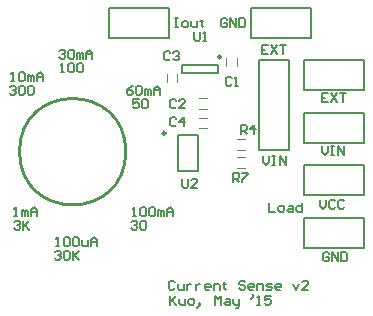
<source format=gto>
G04 Layer_Color=65535*
%FSLAX24Y24*%
%MOIN*%
G70*
G01*
G75*
%ADD27C,0.0100*%
%ADD28C,0.0098*%
%ADD29C,0.0050*%
%ADD30C,0.0079*%
%ADD31C,0.0039*%
D27*
X4072Y5450D02*
G03*
X4072Y5450I-1772J0D01*
G01*
D28*
X5392Y6069D02*
G03*
X5392Y6069I-49J0D01*
G01*
X7249Y8613D02*
G03*
X7249Y8613I-49J0D01*
G01*
D29*
X12000Y4000D02*
Y5000D01*
X10000Y4000D02*
Y5000D01*
Y4000D02*
X12000D01*
X10000Y5000D02*
X12000D01*
Y2250D02*
Y3250D01*
X10000Y2250D02*
Y3250D01*
Y2250D02*
X12000D01*
X10000Y3250D02*
X12000D01*
X10250Y9250D02*
Y10250D01*
X8250Y9250D02*
Y10250D01*
Y9250D02*
X10250D01*
X8250Y10250D02*
X10250D01*
X5500Y9250D02*
Y10250D01*
X3500Y9250D02*
Y10250D01*
Y9250D02*
X5500D01*
X3500Y10250D02*
X5500D01*
X12000Y7500D02*
Y8500D01*
X10000Y7500D02*
Y8500D01*
Y7500D02*
X12000D01*
X10000Y8500D02*
X12000D01*
X8500Y5500D02*
X9500D01*
X8500Y8500D02*
X9500D01*
X8500Y5500D02*
Y8500D01*
X9500Y5500D02*
Y8500D01*
X12000Y5750D02*
Y6750D01*
X10000Y5750D02*
Y6750D01*
Y5750D02*
X12000D01*
X10000Y6750D02*
X12000D01*
X5950Y4550D02*
Y4300D01*
X6000Y4250D01*
X6100D01*
X6150Y4300D01*
Y4550D01*
X6450Y4250D02*
X6250D01*
X6450Y4450D01*
Y4500D01*
X6400Y4550D01*
X6300D01*
X6250Y4500D01*
X6350Y9450D02*
Y9200D01*
X6400Y9150D01*
X6500D01*
X6550Y9200D01*
Y9450D01*
X6650Y9150D02*
X6750D01*
X6700D01*
Y9450D01*
X6650Y9400D01*
X7650Y4450D02*
Y4750D01*
X7800D01*
X7850Y4700D01*
Y4600D01*
X7800Y4550D01*
X7650D01*
X7750D02*
X7850Y4450D01*
X7950Y4750D02*
X8150D01*
Y4700D01*
X7950Y4500D01*
Y4450D01*
X7900Y6050D02*
Y6350D01*
X8050D01*
X8100Y6300D01*
Y6200D01*
X8050Y6150D01*
X7900D01*
X8000D02*
X8100Y6050D01*
X8350D02*
Y6350D01*
X8200Y6200D01*
X8400D01*
X5750Y6550D02*
X5700Y6600D01*
X5600D01*
X5550Y6550D01*
Y6350D01*
X5600Y6300D01*
X5700D01*
X5750Y6350D01*
X6000Y6300D02*
Y6600D01*
X5850Y6450D01*
X6050D01*
X5550Y8750D02*
X5500Y8800D01*
X5400D01*
X5350Y8750D01*
Y8550D01*
X5400Y8500D01*
X5500D01*
X5550Y8550D01*
X5650Y8750D02*
X5700Y8800D01*
X5800D01*
X5850Y8750D01*
Y8700D01*
X5800Y8650D01*
X5750D01*
X5800D01*
X5850Y8600D01*
Y8550D01*
X5800Y8500D01*
X5700D01*
X5650Y8550D01*
X5750Y7150D02*
X5700Y7200D01*
X5600D01*
X5550Y7150D01*
Y6950D01*
X5600Y6900D01*
X5700D01*
X5750Y6950D01*
X6050Y6900D02*
X5850D01*
X6050Y7100D01*
Y7150D01*
X6000Y7200D01*
X5900D01*
X5850Y7150D01*
X7600Y7900D02*
X7550Y7950D01*
X7450D01*
X7400Y7900D01*
Y7700D01*
X7450Y7650D01*
X7550D01*
X7600Y7700D01*
X7700Y7650D02*
X7800D01*
X7750D01*
Y7950D01*
X7700Y7900D01*
X8800Y9000D02*
X8600D01*
Y8700D01*
X8800D01*
X8600Y8850D02*
X8700D01*
X8900Y9000D02*
X9100Y8700D01*
Y9000D02*
X8900Y8700D01*
X9200Y9000D02*
X9400D01*
X9300D01*
Y8700D01*
X8650Y5300D02*
Y5100D01*
X8750Y5000D01*
X8850Y5100D01*
Y5300D01*
X8950D02*
X9050D01*
X9000D01*
Y5000D01*
X8950D01*
X9050D01*
X9200D02*
Y5300D01*
X9400Y5000D01*
Y5300D01*
X10600Y5650D02*
Y5450D01*
X10700Y5350D01*
X10800Y5450D01*
Y5650D01*
X10900D02*
X11000D01*
X10950D01*
Y5350D01*
X10900D01*
X11000D01*
X11150D02*
Y5650D01*
X11350Y5350D01*
Y5650D01*
X10550Y3850D02*
Y3650D01*
X10650Y3550D01*
X10750Y3650D01*
Y3850D01*
X11050Y3800D02*
X11000Y3850D01*
X10900D01*
X10850Y3800D01*
Y3600D01*
X10900Y3550D01*
X11000D01*
X11050Y3600D01*
X11350Y3800D02*
X11300Y3850D01*
X11200D01*
X11150Y3800D01*
Y3600D01*
X11200Y3550D01*
X11300D01*
X11350Y3600D01*
X10850Y2050D02*
X10800Y2100D01*
X10700D01*
X10650Y2050D01*
Y1850D01*
X10700Y1800D01*
X10800D01*
X10850Y1850D01*
Y1950D01*
X10750D01*
X10950Y1800D02*
Y2100D01*
X11150Y1800D01*
Y2100D01*
X11250D02*
Y1800D01*
X11400D01*
X11450Y1850D01*
Y2050D01*
X11400Y2100D01*
X11250D01*
X10800Y7400D02*
X10600D01*
Y7100D01*
X10800D01*
X10600Y7250D02*
X10700D01*
X10900Y7400D02*
X11100Y7100D01*
Y7400D02*
X10900Y7100D01*
X11200Y7400D02*
X11400D01*
X11300D01*
Y7100D01*
X8850Y3750D02*
Y3450D01*
X9050D01*
X9200D02*
X9300D01*
X9350Y3500D01*
Y3600D01*
X9300Y3650D01*
X9200D01*
X9150Y3600D01*
Y3500D01*
X9200Y3450D01*
X9500Y3650D02*
X9600D01*
X9650Y3600D01*
Y3450D01*
X9500D01*
X9450Y3500D01*
X9500Y3550D01*
X9650D01*
X9950Y3750D02*
Y3450D01*
X9800D01*
X9750Y3500D01*
Y3600D01*
X9800Y3650D01*
X9950D01*
X7450Y9850D02*
X7400Y9900D01*
X7300D01*
X7250Y9850D01*
Y9650D01*
X7300Y9600D01*
X7400D01*
X7450Y9650D01*
Y9750D01*
X7350D01*
X7550Y9600D02*
Y9900D01*
X7750Y9600D01*
Y9900D01*
X7850D02*
Y9600D01*
X8000D01*
X8050Y9650D01*
Y9850D01*
X8000Y9900D01*
X7850D01*
X5700D02*
X5800D01*
X5750D01*
Y9600D01*
X5700D01*
X5800D01*
X6000D02*
X6100D01*
X6150Y9650D01*
Y9750D01*
X6100Y9800D01*
X6000D01*
X5950Y9750D01*
Y9650D01*
X6000Y9600D01*
X6250Y9800D02*
Y9650D01*
X6300Y9600D01*
X6450D01*
Y9800D01*
X6600Y9850D02*
Y9800D01*
X6550D01*
X6650D01*
X6600D01*
Y9650D01*
X6650Y9600D01*
X5700Y1100D02*
X5650Y1150D01*
X5550D01*
X5500Y1100D01*
Y900D01*
X5550Y850D01*
X5650D01*
X5700Y900D01*
X5800Y1050D02*
Y900D01*
X5850Y850D01*
X6000D01*
Y1050D01*
X6100D02*
Y850D01*
Y950D01*
X6150Y1000D01*
X6200Y1050D01*
X6250D01*
X6400D02*
Y850D01*
Y950D01*
X6450Y1000D01*
X6500Y1050D01*
X6550D01*
X6850Y850D02*
X6750D01*
X6700Y900D01*
Y1000D01*
X6750Y1050D01*
X6850D01*
X6900Y1000D01*
Y950D01*
X6700D01*
X7000Y850D02*
Y1050D01*
X7149D01*
X7199Y1000D01*
Y850D01*
X7349Y1100D02*
Y1050D01*
X7299D01*
X7399D01*
X7349D01*
Y900D01*
X7399Y850D01*
X8049Y1100D02*
X7999Y1150D01*
X7899D01*
X7849Y1100D01*
Y1050D01*
X7899Y1000D01*
X7999D01*
X8049Y950D01*
Y900D01*
X7999Y850D01*
X7899D01*
X7849Y900D01*
X8299Y850D02*
X8199D01*
X8149Y900D01*
Y1000D01*
X8199Y1050D01*
X8299D01*
X8349Y1000D01*
Y950D01*
X8149D01*
X8449Y850D02*
Y1050D01*
X8599D01*
X8649Y1000D01*
Y850D01*
X8749D02*
X8899D01*
X8949Y900D01*
X8899Y950D01*
X8799D01*
X8749Y1000D01*
X8799Y1050D01*
X8949D01*
X9199Y850D02*
X9099D01*
X9049Y900D01*
Y1000D01*
X9099Y1050D01*
X9199D01*
X9249Y1000D01*
Y950D01*
X9049D01*
X9649Y1050D02*
X9749Y850D01*
X9849Y1050D01*
X10149Y850D02*
X9949D01*
X10149Y1050D01*
Y1100D01*
X10099Y1150D01*
X9999D01*
X9949Y1100D01*
X5550Y650D02*
Y350D01*
Y450D01*
X5750Y650D01*
X5600Y500D01*
X5750Y350D01*
X5850Y550D02*
Y400D01*
X5900Y350D01*
X6050D01*
Y550D01*
X6200Y350D02*
X6300D01*
X6350Y400D01*
Y500D01*
X6300Y550D01*
X6200D01*
X6150Y500D01*
Y400D01*
X6200Y350D01*
X6500Y300D02*
X6550Y350D01*
Y400D01*
X6500D01*
Y350D01*
X6550D01*
X6500Y300D01*
X6450Y250D01*
X7050Y350D02*
Y650D01*
X7149Y550D01*
X7249Y650D01*
Y350D01*
X7399Y550D02*
X7499D01*
X7549Y500D01*
Y350D01*
X7399D01*
X7349Y400D01*
X7399Y450D01*
X7549D01*
X7649Y550D02*
Y400D01*
X7699Y350D01*
X7849D01*
Y300D01*
X7799Y250D01*
X7749D01*
X7849Y350D02*
Y550D01*
X8299Y700D02*
Y600D01*
X8249Y550D01*
X8449Y350D02*
X8549D01*
X8499D01*
Y650D01*
X8449Y600D01*
X8899Y650D02*
X8699D01*
Y500D01*
X8799Y550D01*
X8849D01*
X8899Y500D01*
Y400D01*
X8849Y350D01*
X8749D01*
X8699Y400D01*
X1750Y2300D02*
X1850D01*
X1800D01*
Y2600D01*
X1750Y2550D01*
X2000D02*
X2050Y2600D01*
X2150D01*
X2200Y2550D01*
Y2350D01*
X2150Y2300D01*
X2050D01*
X2000Y2350D01*
Y2550D01*
X2300D02*
X2350Y2600D01*
X2450D01*
X2500Y2550D01*
Y2350D01*
X2450Y2300D01*
X2350D01*
X2300Y2350D01*
Y2550D01*
X2600Y2500D02*
Y2350D01*
X2650Y2300D01*
X2800D01*
Y2500D01*
X2900Y2300D02*
Y2500D01*
X3000Y2600D01*
X3100Y2500D01*
Y2300D01*
Y2450D01*
X2900D01*
X1700Y2100D02*
X1750Y2150D01*
X1850D01*
X1900Y2100D01*
Y2050D01*
X1850Y2000D01*
X1800D01*
X1850D01*
X1900Y1950D01*
Y1900D01*
X1850Y1850D01*
X1750D01*
X1700Y1900D01*
X2000Y2100D02*
X2050Y2150D01*
X2150D01*
X2200Y2100D01*
Y1900D01*
X2150Y1850D01*
X2050D01*
X2000Y1900D01*
Y2100D01*
X2300Y2150D02*
Y1850D01*
Y1950D01*
X2500Y2150D01*
X2350Y2000D01*
X2500Y1850D01*
X350Y3300D02*
X450D01*
X400D01*
Y3600D01*
X350Y3550D01*
X600Y3300D02*
Y3500D01*
X650D01*
X700Y3450D01*
Y3300D01*
Y3450D01*
X750Y3500D01*
X800Y3450D01*
Y3300D01*
X900D02*
Y3500D01*
X1000Y3600D01*
X1100Y3500D01*
Y3300D01*
Y3450D01*
X900D01*
X350Y3100D02*
X400Y3150D01*
X500D01*
X550Y3100D01*
Y3050D01*
X500Y3000D01*
X450D01*
X500D01*
X550Y2950D01*
Y2900D01*
X500Y2850D01*
X400D01*
X350Y2900D01*
X650Y3150D02*
Y2850D01*
Y2950D01*
X850Y3150D01*
X700Y3000D01*
X850Y2850D01*
X250Y7800D02*
X350D01*
X300D01*
Y8100D01*
X250Y8050D01*
X500D02*
X550Y8100D01*
X650D01*
X700Y8050D01*
Y7850D01*
X650Y7800D01*
X550D01*
X500Y7850D01*
Y8050D01*
X800Y7800D02*
Y8000D01*
X850D01*
X900Y7950D01*
Y7800D01*
Y7950D01*
X950Y8000D01*
X1000Y7950D01*
Y7800D01*
X1100D02*
Y8000D01*
X1200Y8100D01*
X1300Y8000D01*
Y7800D01*
Y7950D01*
X1100D01*
X200Y7600D02*
X250Y7650D01*
X350D01*
X400Y7600D01*
Y7550D01*
X350Y7500D01*
X300D01*
X350D01*
X400Y7450D01*
Y7400D01*
X350Y7350D01*
X250D01*
X200Y7400D01*
X500Y7600D02*
X550Y7650D01*
X650D01*
X700Y7600D01*
Y7400D01*
X650Y7350D01*
X550D01*
X500Y7400D01*
Y7600D01*
X800D02*
X850Y7650D01*
X950D01*
X1000Y7600D01*
Y7400D01*
X950Y7350D01*
X850D01*
X800Y7400D01*
Y7600D01*
X1850Y8800D02*
X1900Y8850D01*
X2000D01*
X2050Y8800D01*
Y8750D01*
X2000Y8700D01*
X1950D01*
X2000D01*
X2050Y8650D01*
Y8600D01*
X2000Y8550D01*
X1900D01*
X1850Y8600D01*
X2150Y8800D02*
X2200Y8850D01*
X2300D01*
X2350Y8800D01*
Y8600D01*
X2300Y8550D01*
X2200D01*
X2150Y8600D01*
Y8800D01*
X2450Y8550D02*
Y8750D01*
X2500D01*
X2550Y8700D01*
Y8550D01*
Y8700D01*
X2600Y8750D01*
X2650Y8700D01*
Y8550D01*
X2750D02*
Y8750D01*
X2850Y8850D01*
X2950Y8750D01*
Y8550D01*
Y8700D01*
X2750D01*
X1900Y8100D02*
X2000D01*
X1950D01*
Y8400D01*
X1900Y8350D01*
X2150D02*
X2200Y8400D01*
X2300D01*
X2350Y8350D01*
Y8150D01*
X2300Y8100D01*
X2200D01*
X2150Y8150D01*
Y8350D01*
X2450D02*
X2500Y8400D01*
X2600D01*
X2650Y8350D01*
Y8150D01*
X2600Y8100D01*
X2500D01*
X2450Y8150D01*
Y8350D01*
X4300Y7650D02*
X4200Y7600D01*
X4100Y7500D01*
Y7400D01*
X4150Y7350D01*
X4250D01*
X4300Y7400D01*
Y7450D01*
X4250Y7500D01*
X4100D01*
X4400Y7600D02*
X4450Y7650D01*
X4550D01*
X4600Y7600D01*
Y7400D01*
X4550Y7350D01*
X4450D01*
X4400Y7400D01*
Y7600D01*
X4700Y7350D02*
Y7550D01*
X4750D01*
X4800Y7500D01*
Y7350D01*
Y7500D01*
X4850Y7550D01*
X4900Y7500D01*
Y7350D01*
X5000D02*
Y7550D01*
X5100Y7650D01*
X5200Y7550D01*
Y7350D01*
Y7500D01*
X5000D01*
X4500Y7200D02*
X4300D01*
Y7050D01*
X4400Y7100D01*
X4450D01*
X4500Y7050D01*
Y6950D01*
X4450Y6900D01*
X4350D01*
X4300Y6950D01*
X4600Y7150D02*
X4650Y7200D01*
X4750D01*
X4800Y7150D01*
Y6950D01*
X4750Y6900D01*
X4650D01*
X4600Y6950D01*
Y7150D01*
X4300Y3300D02*
X4400D01*
X4350D01*
Y3600D01*
X4300Y3550D01*
X4550D02*
X4600Y3600D01*
X4700D01*
X4750Y3550D01*
Y3350D01*
X4700Y3300D01*
X4600D01*
X4550Y3350D01*
Y3550D01*
X4850D02*
X4900Y3600D01*
X5000D01*
X5050Y3550D01*
Y3350D01*
X5000Y3300D01*
X4900D01*
X4850Y3350D01*
Y3550D01*
X5150Y3300D02*
Y3500D01*
X5200D01*
X5250Y3450D01*
Y3300D01*
Y3450D01*
X5300Y3500D01*
X5350Y3450D01*
Y3300D01*
X5450D02*
Y3500D01*
X5550Y3600D01*
X5650Y3500D01*
Y3300D01*
Y3450D01*
X5450D01*
X4250Y3100D02*
X4300Y3150D01*
X4400D01*
X4450Y3100D01*
Y3050D01*
X4400Y3000D01*
X4350D01*
X4400D01*
X4450Y2950D01*
Y2900D01*
X4400Y2850D01*
X4300D01*
X4250Y2900D01*
X4550Y3100D02*
X4600Y3150D01*
X4700D01*
X4750Y3100D01*
Y2900D01*
X4700Y2850D01*
X4600D01*
X4550Y2900D01*
Y3100D01*
D30*
X5825Y4800D02*
Y6000D01*
X6475Y4800D02*
Y6000D01*
X5825D02*
X6475D01*
X5825Y4800D02*
X6475D01*
X5940Y8062D02*
X7160D01*
X5940Y8338D02*
X7160D01*
X5940Y8062D02*
Y8338D01*
X7160Y8062D02*
Y8338D01*
D31*
X7762Y5267D02*
X8038D01*
X7762Y4923D02*
X8038D01*
X7762Y5867D02*
X8038D01*
X7762Y5523D02*
X8038D01*
X6512Y6233D02*
X6788D01*
X6512Y6577D02*
X6788D01*
X6512Y6883D02*
X6788D01*
X6512Y7227D02*
X6788D01*
X5433Y7762D02*
Y8038D01*
X5777Y7762D02*
Y8038D01*
X7767Y8312D02*
Y8588D01*
X7423Y8312D02*
Y8588D01*
M02*

</source>
